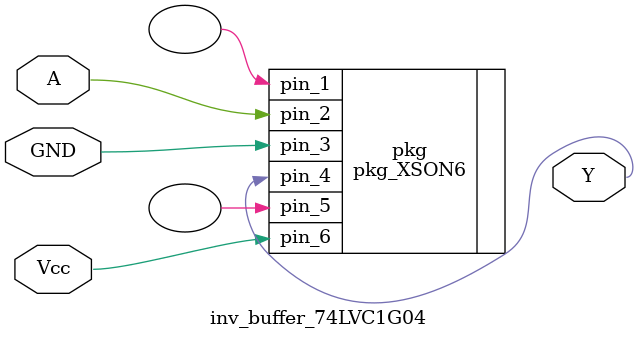
<source format=v>
module inv_buffer_74LVC1G04 (GND, Vcc, A, Y);

input GND, Vcc;
input A;
output Y;

/* instantiate the package; the mapping of signals to pins is defined here */

pkg_XSON6 pkg  (.pin_1(),	/* no connect */
		.pin_2(A),
		.pin_3(GND),
		.pin_4(Y),
		.pin_5(),	/* no connect */
		.pin_6(Vcc)
	);

endmodule

</source>
